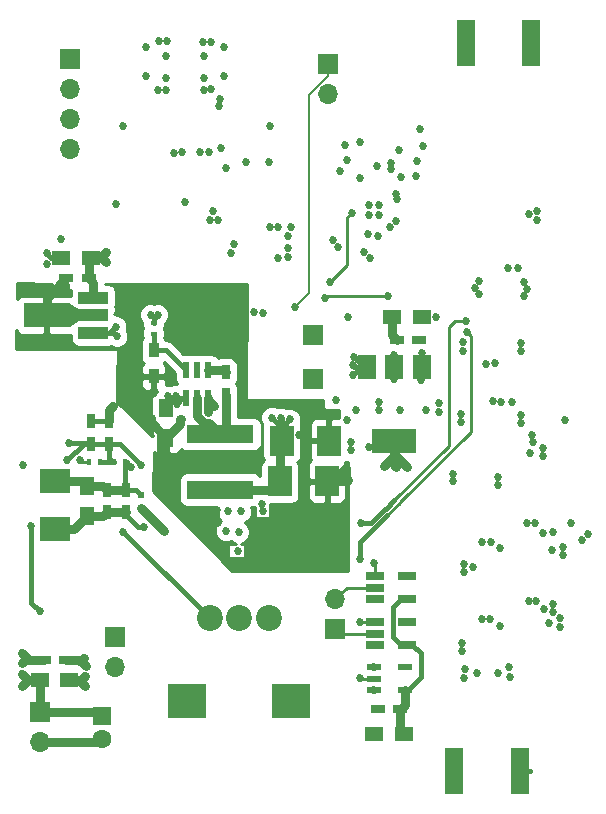
<source format=gbr>
G04 #@! TF.FileFunction,Copper,L4,Bot,Signal*
%FSLAX46Y46*%
G04 Gerber Fmt 4.6, Leading zero omitted, Abs format (unit mm)*
G04 Created by KiCad (PCBNEW 4.0.7) date Sat Apr 14 15:40:47 2018*
%MOMM*%
%LPD*%
G01*
G04 APERTURE LIST*
%ADD10C,0.100000*%
%ADD11R,2.500000X2.000000*%
%ADD12R,1.250000X1.500000*%
%ADD13R,0.750000X1.200000*%
%ADD14R,1.500000X1.250000*%
%ADD15R,1.200000X0.750000*%
%ADD16R,2.000000X2.500000*%
%ADD17R,1.600000X1.600000*%
%ADD18C,1.600000*%
%ADD19R,1.700000X1.700000*%
%ADD20O,1.700000X1.700000*%
%ADD21R,1.500000X3.950000*%
%ADD22R,0.500000X0.600000*%
%ADD23R,5.700000X1.600000*%
%ADD24R,0.400000X0.600000*%
%ADD25R,0.600000X0.400000*%
%ADD26R,0.900000X1.200000*%
%ADD27C,2.200000*%
%ADD28R,3.300000X3.000000*%
%ADD29R,1.560000X0.650000*%
%ADD30R,1.220000X0.600000*%
%ADD31R,2.500000X1.000000*%
%ADD32R,4.000000X2.000000*%
%ADD33R,0.500000X1.473000*%
%ADD34R,3.800000X2.000000*%
%ADD35R,1.500000X2.000000*%
%ADD36C,0.685800*%
%ADD37C,0.250000*%
%ADD38C,0.381000*%
%ADD39C,0.762000*%
%ADD40C,0.152400*%
%ADD41C,0.254000*%
G04 APERTURE END LIST*
D10*
D11*
X104950000Y-140300000D03*
X104950000Y-144300000D03*
D12*
X107650000Y-140700000D03*
X107650000Y-143200000D03*
D13*
X109350000Y-141000000D03*
X109350000Y-142900000D03*
X110950000Y-141000000D03*
X110950000Y-142900000D03*
X108050000Y-137100000D03*
X108050000Y-135200000D03*
X109550000Y-137100000D03*
X109550000Y-135200000D03*
D14*
X134500000Y-161700000D03*
X132000000Y-161700000D03*
D15*
X134200000Y-159600000D03*
X132300000Y-159600000D03*
D13*
X119400000Y-131050000D03*
X119400000Y-132950000D03*
D14*
X108000000Y-121400000D03*
X105500000Y-121400000D03*
D15*
X107800000Y-123100000D03*
X105900000Y-123100000D03*
D16*
X124000000Y-140300000D03*
X128000000Y-140300000D03*
X124150000Y-136850000D03*
X128150000Y-136850000D03*
D14*
X136000000Y-126400000D03*
X133500000Y-126400000D03*
D15*
X135800000Y-128350000D03*
X133900000Y-128350000D03*
D12*
X114400000Y-134100000D03*
X114400000Y-136600000D03*
D15*
X104000000Y-155400000D03*
X105900000Y-155400000D03*
D17*
X108950000Y-160150000D03*
D18*
X108950000Y-162150000D03*
D14*
X103650000Y-157100000D03*
X106150000Y-157100000D03*
D19*
X128050000Y-104960000D03*
D20*
X128050000Y-107500000D03*
D21*
X139730000Y-103150000D03*
X145270000Y-103150000D03*
D19*
X106250000Y-104580000D03*
D20*
X106250000Y-107120000D03*
X106250000Y-109660000D03*
X106250000Y-112200000D03*
D21*
X144320000Y-164850000D03*
X138780000Y-164850000D03*
D19*
X110050000Y-153460000D03*
D20*
X110050000Y-156000000D03*
D19*
X128650000Y-152840000D03*
D20*
X128650000Y-150300000D03*
D19*
X103700000Y-159860000D03*
D20*
X103700000Y-162400000D03*
D22*
X112250000Y-142550000D03*
X112250000Y-141450000D03*
D23*
X118950000Y-141000000D03*
X118950000Y-136300000D03*
D24*
X110850000Y-138700000D03*
X109950000Y-138700000D03*
X108750000Y-138700000D03*
X107850000Y-138700000D03*
D25*
X113300000Y-126900000D03*
X113300000Y-127800000D03*
D26*
X113300000Y-129200000D03*
X113300000Y-131400000D03*
D27*
X120550000Y-151900000D03*
X118050000Y-151900000D03*
X123050000Y-151900000D03*
D28*
X124950000Y-158900000D03*
X116150000Y-158900000D03*
D29*
X132050000Y-154150000D03*
X132050000Y-153200000D03*
X132050000Y-152250000D03*
X134750000Y-152250000D03*
X134750000Y-154150000D03*
X132050000Y-150250000D03*
X132050000Y-149300000D03*
X132050000Y-148350000D03*
X134750000Y-148350000D03*
X134750000Y-150250000D03*
D30*
X131940000Y-157000000D03*
X131940000Y-157950000D03*
X131940000Y-156050000D03*
X134560000Y-157950000D03*
X134560000Y-156050000D03*
D31*
X108210000Y-124750000D03*
X108210000Y-126250000D03*
X108210000Y-127750000D03*
D32*
X104250000Y-126250000D03*
D10*
G36*
X106975000Y-126750000D02*
X106225000Y-127250000D01*
X106225000Y-125250000D01*
X106975000Y-125750000D01*
X106975000Y-126750000D01*
X106975000Y-126750000D01*
G37*
D33*
X117000000Y-133262000D03*
X117000000Y-130900000D03*
X116050000Y-130900000D03*
X117950000Y-130900000D03*
X117950000Y-133262000D03*
X116050000Y-133262000D03*
D19*
X126800000Y-127950000D03*
X126800000Y-131600000D03*
D34*
X133700000Y-136900000D03*
D35*
X133700000Y-130600000D03*
X136000000Y-130600000D03*
X131400000Y-130600000D03*
D36*
X107117841Y-138482159D03*
X112464190Y-144194645D03*
X109893090Y-133900000D03*
X132337381Y-119552611D03*
X131500000Y-119350000D03*
X131622800Y-121424700D03*
X131102100Y-120878600D03*
X145300000Y-104600000D03*
X145300000Y-103700000D03*
X145300000Y-102700000D03*
X145300000Y-101700000D03*
X139700000Y-103700000D03*
X139700000Y-104600000D03*
X139700000Y-101700000D03*
X139730000Y-102700000D03*
X115600000Y-135000000D03*
X128780473Y-133456934D03*
X128744645Y-136044645D03*
X130450000Y-134250000D03*
X125645302Y-136400000D03*
X113100000Y-134900000D03*
X107550000Y-155950000D03*
X107450000Y-155250000D03*
X144300000Y-166400000D03*
X144300000Y-164400000D03*
X138800000Y-166400000D03*
X138800000Y-165400000D03*
X144300000Y-163400000D03*
X138800000Y-163400000D03*
X144320000Y-165400000D03*
X138780000Y-164300000D03*
X118650000Y-142700000D03*
X118650000Y-143750000D03*
X128600000Y-139700000D03*
X128700000Y-137600000D03*
X128700000Y-136800000D03*
X142650000Y-145950000D03*
X142600000Y-152550000D03*
X141750000Y-151950000D03*
X141100000Y-151950000D03*
X131950000Y-147200000D03*
X130750000Y-152250000D03*
X130750000Y-156950000D03*
X132300000Y-159600000D03*
X132000000Y-161700000D03*
X146250000Y-138150000D03*
X141850000Y-145400000D03*
X141150000Y-145400000D03*
X139550000Y-147950000D03*
X139600000Y-147300000D03*
X140350000Y-147550000D03*
X139322721Y-134600000D03*
X139322721Y-135300000D03*
X139522721Y-128500000D03*
X139522721Y-129250000D03*
X142450000Y-156550000D03*
X140650000Y-156550000D03*
X139450000Y-154700000D03*
X139450000Y-154000000D03*
X143450000Y-156900000D03*
X143400000Y-156050000D03*
X139600000Y-156950000D03*
X139700000Y-156200000D03*
X124715984Y-121265869D03*
X146315380Y-144676310D03*
X118750000Y-118150000D03*
X118896719Y-107927539D03*
X103100000Y-126250000D03*
X104250000Y-121900000D03*
X104250000Y-121000000D03*
X105500000Y-121400000D03*
X105900000Y-123100000D03*
X108210000Y-126250000D03*
X104250000Y-126250000D03*
X122500000Y-142250000D03*
X122600000Y-142850000D03*
X129719645Y-135069645D03*
X133900000Y-128350000D03*
X133700000Y-129600000D03*
X133700000Y-131600000D03*
X133700000Y-130600000D03*
X134800000Y-139100000D03*
X133850000Y-139100000D03*
X132850000Y-139000000D03*
X129800000Y-140200000D03*
X129600000Y-139200000D03*
X117950000Y-134450000D03*
X118450000Y-133900000D03*
X117950000Y-133262000D03*
X107500000Y-157600000D03*
X107500000Y-156750000D03*
X124950000Y-118750000D03*
X129050000Y-114000000D03*
X129550000Y-111850000D03*
X136150000Y-111950000D03*
X135550000Y-114450000D03*
X118050000Y-118150000D03*
X118350000Y-117450000D03*
X135621751Y-113178249D03*
X135883883Y-110466117D03*
X133809941Y-115959941D03*
X140500000Y-123900000D03*
X140850000Y-124450000D03*
X140854698Y-123350000D03*
X144650000Y-124650000D03*
X144950000Y-124000000D03*
X144645302Y-123400000D03*
X145800000Y-118150000D03*
X145800000Y-117450000D03*
X145100000Y-117700000D03*
X130000000Y-137650000D03*
X130000000Y-136950000D03*
X131550000Y-137400000D03*
X141450000Y-130350000D03*
X142200000Y-130300000D03*
X144400000Y-129300000D03*
X144450000Y-128550000D03*
X143650000Y-133600000D03*
X147000000Y-146100000D03*
X147750000Y-152600000D03*
X147750000Y-151900000D03*
X146750000Y-152300000D03*
X147150000Y-151350000D03*
X147150000Y-150650000D03*
X146350000Y-151100000D03*
X119400000Y-113750000D03*
X119000000Y-112050000D03*
X144200000Y-122250000D03*
X143350000Y-122250000D03*
X148000000Y-146500000D03*
X147950000Y-145850000D03*
X147100000Y-144600000D03*
X150050000Y-144750000D03*
X149550000Y-145250000D03*
X148664214Y-143864214D03*
X148150000Y-135150000D03*
X144400000Y-135350000D03*
X144400000Y-134650000D03*
X145400000Y-137000000D03*
X145350000Y-136350000D03*
X146250000Y-137500000D03*
X145150000Y-137900000D03*
X142450000Y-140600000D03*
X142500000Y-139950000D03*
X138650000Y-140300000D03*
X138650000Y-139650000D03*
X118850000Y-108550000D03*
X117457717Y-103144661D03*
X114455920Y-103021359D03*
X110750000Y-110200000D03*
X115750000Y-112450000D03*
X115050000Y-112500000D03*
X118150000Y-103100000D03*
X119300000Y-103500000D03*
X117600000Y-104250000D03*
X113800000Y-103000000D03*
X124700000Y-120550000D03*
X124700000Y-119550000D03*
X112650000Y-103500000D03*
X114350000Y-104250000D03*
X129700000Y-113100000D03*
X130766058Y-111552120D03*
X133322791Y-118802303D03*
X133850000Y-118300000D03*
X120450000Y-146200000D03*
X113350000Y-132800000D03*
X102240510Y-138900000D03*
X132350000Y-117750000D03*
X131550000Y-117750000D03*
X132400000Y-116900000D03*
X129800000Y-126350000D03*
X133900000Y-116400000D03*
X131550000Y-116900000D03*
X110100000Y-116850000D03*
X105500000Y-119800000D03*
X123200000Y-110250000D03*
X123050000Y-113300000D03*
X116000000Y-116650000D03*
X122550000Y-126020302D03*
X121850000Y-126000000D03*
X119850000Y-121000000D03*
X120150000Y-120200000D03*
X131940000Y-157950000D03*
X131940000Y-156050000D03*
X127850000Y-124750000D03*
X123150000Y-118750000D03*
X123850000Y-118750000D03*
X123850000Y-121400000D03*
X109300000Y-120850000D03*
X108000000Y-121400000D03*
X109250000Y-121750000D03*
X133150000Y-124600000D03*
X145650000Y-150400000D03*
X145050000Y-150400000D03*
X118000000Y-112450000D03*
X117250000Y-112400000D03*
X145600000Y-143800000D03*
X144950000Y-143800000D03*
X121100000Y-113300000D03*
X117567909Y-107202247D03*
X119300000Y-106000000D03*
X117600000Y-106150000D03*
X118200000Y-107104698D03*
X112650000Y-106000000D03*
X114350000Y-106150000D03*
X113700000Y-107200000D03*
X114350000Y-107200000D03*
X128917700Y-120434100D03*
X128498600Y-119862600D03*
X119450000Y-144500000D03*
X120500000Y-144600000D03*
X119600000Y-142850000D03*
X120700000Y-142850000D03*
X134200000Y-134250000D03*
X134278249Y-114521751D03*
X130789796Y-114656388D03*
X134116117Y-112233883D03*
X132200000Y-113600000D03*
X137200000Y-126400000D03*
X136000000Y-126400000D03*
X135800000Y-128350000D03*
X136000000Y-129400000D03*
X135950000Y-131700000D03*
X136000000Y-130600000D03*
X132350000Y-133550000D03*
X132350000Y-134250000D03*
X133450000Y-113850000D03*
X133450000Y-113350000D03*
X106006900Y-138493500D03*
X106146600Y-137058400D03*
X112250000Y-138900000D03*
X111436815Y-139103296D03*
X110200000Y-128000000D03*
X110100000Y-127200000D03*
X113650000Y-126200000D03*
X113050000Y-126200000D03*
X130150000Y-131300000D03*
X130150000Y-130450000D03*
X130250000Y-129750000D03*
X123300000Y-134900000D03*
X124100000Y-134950000D03*
X124850000Y-135050000D03*
X114200000Y-144500000D03*
X102200000Y-154800000D03*
X102200000Y-155700000D03*
X114550000Y-133800000D03*
X114500000Y-133100000D03*
X115250000Y-133750000D03*
X115200000Y-133050000D03*
X102150000Y-157650000D03*
X102200000Y-156600000D03*
X125250000Y-125550000D03*
X130067198Y-117602000D03*
X128244600Y-123456700D03*
X134750000Y-152250000D03*
X134750000Y-148350000D03*
X142700000Y-133550000D03*
X137500000Y-134400000D03*
X137450000Y-133650000D03*
X142050000Y-133500000D03*
X136400000Y-134250000D03*
X130800000Y-146900000D03*
X139809330Y-127640670D03*
X130900000Y-143800000D03*
X139800000Y-126750000D03*
X110750000Y-144600000D03*
X103650000Y-151300000D03*
X102950000Y-144100000D03*
D37*
X107850000Y-138700000D02*
X107335682Y-138700000D01*
X107335682Y-138700000D02*
X107117841Y-138482159D01*
D38*
X112019645Y-144194645D02*
X112464190Y-144194645D01*
X110950000Y-143125000D02*
X112019645Y-144194645D01*
X110950000Y-142900000D02*
X110950000Y-143125000D01*
D39*
X109550000Y-134243090D02*
X109550191Y-134242899D01*
X109550000Y-135200000D02*
X109550000Y-134243090D01*
X109550191Y-134242899D02*
X109893090Y-133900000D01*
X104250000Y-126250000D02*
X104250000Y-124750000D01*
X104250000Y-124750000D02*
X105900000Y-123100000D01*
X114400000Y-136600000D02*
X115558401Y-135441599D01*
X115558401Y-135441599D02*
X115558401Y-135041599D01*
X115558401Y-135041599D02*
X115600000Y-135000000D01*
X114400000Y-136600000D02*
X113100000Y-135300000D01*
X113100000Y-135300000D02*
X113100000Y-134900000D01*
X105900000Y-155400000D02*
X107000000Y-155400000D01*
X107000000Y-155400000D02*
X107550000Y-155950000D01*
X105900000Y-155400000D02*
X107300000Y-155400000D01*
X107300000Y-155400000D02*
X107450000Y-155250000D01*
D38*
X144320000Y-164850000D02*
X145150000Y-164850000D01*
X118650000Y-143750000D02*
X118650000Y-142700000D01*
D39*
X113950000Y-141150000D02*
X116550000Y-143750000D01*
X116550000Y-143750000D02*
X118650000Y-143750000D01*
X113950000Y-136235798D02*
X113950000Y-141150000D01*
D37*
X132050000Y-148350000D02*
X132050000Y-147300000D01*
X132050000Y-147300000D02*
X131950000Y-147200000D01*
X132050000Y-152250000D02*
X130750000Y-152250000D01*
X131940000Y-157000000D02*
X130800000Y-157000000D01*
X130800000Y-157000000D02*
X130750000Y-156950000D01*
D39*
X104250000Y-126250000D02*
X104250000Y-125750000D01*
D38*
X105500000Y-121400000D02*
X104650000Y-121400000D01*
X104650000Y-121400000D02*
X104250000Y-121000000D01*
X106600000Y-126250000D02*
X104250000Y-126250000D01*
X108210000Y-126250000D02*
X106600000Y-126250000D01*
D39*
X133500000Y-126400000D02*
X133500000Y-127950000D01*
X133500000Y-127950000D02*
X133900000Y-128350000D01*
X133700000Y-136900000D02*
X133700000Y-138000000D01*
X133700000Y-138000000D02*
X134800000Y-139100000D01*
X133700000Y-136900000D02*
X133700000Y-138950000D01*
X133700000Y-138950000D02*
X133850000Y-139100000D01*
X133700000Y-136900000D02*
X133700000Y-138150000D01*
X133700000Y-138150000D02*
X132850000Y-139000000D01*
X129600000Y-139200000D02*
X129600000Y-140000000D01*
X129600000Y-140000000D02*
X129800000Y-140200000D01*
X128000000Y-140300000D02*
X129700000Y-140300000D01*
X129700000Y-140300000D02*
X129800000Y-140200000D01*
X128000000Y-140300000D02*
X128500000Y-140300000D01*
X128500000Y-140300000D02*
X129600000Y-139200000D01*
D38*
X113300000Y-131400000D02*
X113300000Y-132750000D01*
X113300000Y-132750000D02*
X113350000Y-132800000D01*
D39*
X117950000Y-133262000D02*
X117950000Y-134450000D01*
X117950000Y-133262000D02*
X117950000Y-133400000D01*
X117950000Y-133400000D02*
X118450000Y-133900000D01*
X106150000Y-157100000D02*
X107000000Y-157100000D01*
X107000000Y-157100000D02*
X107500000Y-157600000D01*
X106150000Y-157100000D02*
X107150000Y-157100000D01*
X107150000Y-157100000D02*
X107500000Y-156750000D01*
X103700000Y-162400000D02*
X108700000Y-162400000D01*
X108700000Y-162400000D02*
X108950000Y-162150000D01*
D38*
X108050000Y-135200000D02*
X109550000Y-135200000D01*
D39*
X109350000Y-142900000D02*
X110950000Y-142900000D01*
X107650000Y-143200000D02*
X109050000Y-143200000D01*
X109050000Y-143200000D02*
X109350000Y-142900000D01*
X104950000Y-144300000D02*
X106550000Y-144300000D01*
X106550000Y-144300000D02*
X107650000Y-143200000D01*
D37*
X128000000Y-124600000D02*
X127850000Y-124750000D01*
X133150000Y-124600000D02*
X128000000Y-124600000D01*
D39*
X108000000Y-121400000D02*
X108750000Y-121400000D01*
X108750000Y-121400000D02*
X109300000Y-120850000D01*
X108000000Y-121400000D02*
X108900000Y-121400000D01*
X108900000Y-121400000D02*
X109250000Y-121750000D01*
X107800000Y-123100000D02*
X107800000Y-121600000D01*
X107800000Y-121600000D02*
X108000000Y-121400000D01*
X108210000Y-124750000D02*
X108210000Y-123510000D01*
X108210000Y-123510000D02*
X107800000Y-123100000D01*
D38*
X106006900Y-138493500D02*
X107400400Y-137100000D01*
X107400400Y-137100000D02*
X108050000Y-137100000D01*
X106146600Y-137058400D02*
X108008400Y-137058400D01*
X108008400Y-137058400D02*
X108050000Y-137100000D01*
X107950000Y-137200000D02*
X108050000Y-137100000D01*
X109550000Y-137100000D02*
X109550000Y-138300000D01*
X109550000Y-138300000D02*
X109950000Y-138700000D01*
X109950000Y-138700000D02*
X108750000Y-138700000D01*
X109550000Y-137100000D02*
X108050000Y-137100000D01*
X112250000Y-138900000D02*
X110450000Y-137100000D01*
X110450000Y-137100000D02*
X109550000Y-137100000D01*
D40*
X111050000Y-138716481D02*
X111093916Y-138760397D01*
X111050000Y-138700000D02*
X111050000Y-138716481D01*
X111093916Y-138760397D02*
X111436815Y-139103296D01*
D38*
X110850000Y-138700000D02*
X111050000Y-138700000D01*
X110950000Y-141000000D02*
X111800000Y-141000000D01*
X111800000Y-141000000D02*
X112250000Y-141450000D01*
X110850000Y-138700000D02*
X110850000Y-140900000D01*
X110850000Y-140900000D02*
X110950000Y-141000000D01*
D39*
X109350000Y-141000000D02*
X110950000Y-141000000D01*
X107650000Y-140700000D02*
X109050000Y-140700000D01*
X109050000Y-140700000D02*
X109350000Y-141000000D01*
X104950000Y-140300000D02*
X107250000Y-140300000D01*
X107250000Y-140300000D02*
X107650000Y-140700000D01*
D38*
X134750000Y-154150000D02*
X134295000Y-154150000D01*
X134295000Y-154150000D02*
X133589000Y-153444000D01*
X133589000Y-153444000D02*
X133589000Y-150956000D01*
X133589000Y-150956000D02*
X134295000Y-150250000D01*
X134295000Y-150250000D02*
X134750000Y-150250000D01*
X134560000Y-157950000D02*
X134870000Y-157950000D01*
X134870000Y-157950000D02*
X135911000Y-156909000D01*
X135911000Y-156909000D02*
X135911000Y-154856000D01*
X135911000Y-154856000D02*
X135205000Y-154150000D01*
X135205000Y-154150000D02*
X134750000Y-154150000D01*
D39*
X134200000Y-159600000D02*
X134200000Y-161400000D01*
X134200000Y-161400000D02*
X134500000Y-161700000D01*
X134560000Y-157950000D02*
X134560000Y-159240000D01*
X134560000Y-159240000D02*
X134200000Y-159600000D01*
X117950000Y-130900000D02*
X119250000Y-130900000D01*
X119250000Y-130900000D02*
X119400000Y-131050000D01*
X117000000Y-133262000D02*
X117000000Y-134793171D01*
X118014410Y-135364410D02*
X118950000Y-136300000D01*
X117000000Y-134793171D02*
X117571239Y-135364410D01*
X117571239Y-135364410D02*
X118014410Y-135364410D01*
X119400000Y-132950000D02*
X119400000Y-135850000D01*
X119400000Y-135850000D02*
X118950000Y-136300000D01*
X124000000Y-140300000D02*
X124000000Y-137000000D01*
X124000000Y-137000000D02*
X124150000Y-136850000D01*
D38*
X108210000Y-127750000D02*
X109950000Y-127750000D01*
X109950000Y-127750000D02*
X110200000Y-128000000D01*
X108210000Y-127750000D02*
X109550000Y-127750000D01*
X109550000Y-127750000D02*
X110100000Y-127200000D01*
X113300000Y-126900000D02*
X113300000Y-126550000D01*
X113300000Y-126550000D02*
X113650000Y-126200000D01*
X113300000Y-126900000D02*
X113300000Y-126450000D01*
X113300000Y-126450000D02*
X113050000Y-126200000D01*
X131400000Y-130600000D02*
X130850000Y-130600000D01*
X130850000Y-130600000D02*
X130150000Y-131300000D01*
X131400000Y-130600000D02*
X130300000Y-130600000D01*
X130300000Y-130600000D02*
X130150000Y-130450000D01*
X131400000Y-130600000D02*
X131100000Y-130600000D01*
X131100000Y-130600000D02*
X130250000Y-129750000D01*
X124150000Y-135750000D02*
X123300000Y-134900000D01*
X124150000Y-136850000D02*
X124150000Y-135000000D01*
X124150000Y-135000000D02*
X124100000Y-134950000D01*
X124150000Y-136850000D02*
X124150000Y-135750000D01*
X124150000Y-135750000D02*
X124850000Y-135050000D01*
X124150000Y-136850000D02*
X124150000Y-135900000D01*
D39*
X118950000Y-141000000D02*
X123300000Y-141000000D01*
X123300000Y-141000000D02*
X124000000Y-140300000D01*
X118950000Y-141000000D02*
X120000000Y-141000000D01*
X104000000Y-155400000D02*
X102800000Y-155400000D01*
X102800000Y-155400000D02*
X102200000Y-154800000D01*
X104000000Y-155400000D02*
X102500000Y-155400000D01*
X102500000Y-155400000D02*
X102200000Y-155700000D01*
X112250000Y-142550000D02*
X114200000Y-144500000D01*
D38*
X116050000Y-133262000D02*
X115088000Y-133262000D01*
X115088000Y-133262000D02*
X114550000Y-133800000D01*
X116050000Y-133262000D02*
X114662000Y-133262000D01*
X114662000Y-133262000D02*
X114500000Y-133100000D01*
X116050000Y-133262000D02*
X115738000Y-133262000D01*
X115738000Y-133262000D02*
X115250000Y-133750000D01*
X116050000Y-133262000D02*
X115412000Y-133262000D01*
X115412000Y-133262000D02*
X115200000Y-133050000D01*
D39*
X103700000Y-159860000D02*
X108660000Y-159860000D01*
X108660000Y-159860000D02*
X108950000Y-160150000D01*
X102700000Y-157100000D02*
X102150000Y-157650000D01*
X103650000Y-157100000D02*
X102700000Y-157100000D01*
X102700000Y-157100000D02*
X102200000Y-156600000D01*
X103700000Y-159860000D02*
X103700000Y-157150000D01*
X103700000Y-157150000D02*
X103650000Y-157100000D01*
D40*
X126450000Y-107562400D02*
X126450000Y-124350000D01*
X126450000Y-124350000D02*
X125250000Y-125550000D01*
X128050000Y-104960000D02*
X128050000Y-105962400D01*
X128050000Y-105962400D02*
X126450000Y-107562400D01*
D37*
X130067198Y-117602000D02*
X129724299Y-117944899D01*
X129724299Y-117944899D02*
X129724299Y-121977001D01*
X129724299Y-121977001D02*
X128587499Y-123113801D01*
X128587499Y-123113801D02*
X128244600Y-123456700D01*
X132050000Y-153200000D02*
X129010000Y-153200000D01*
X129010000Y-153200000D02*
X128650000Y-152840000D01*
X132050000Y-149300000D02*
X129650000Y-149300000D01*
X129650000Y-149300000D02*
X128650000Y-150300000D01*
D38*
X113300000Y-129200000D02*
X114350000Y-129200000D01*
X114350000Y-129200000D02*
X116050000Y-130900000D01*
X113300000Y-127800000D02*
X113300000Y-129200000D01*
D37*
X133111726Y-143150000D02*
X133100000Y-143150000D01*
X134167911Y-142093815D02*
X133111726Y-143150000D01*
X134167911Y-142082089D02*
X134167911Y-142093815D01*
X140152229Y-127983569D02*
X140152229Y-136097771D01*
X139809330Y-127640670D02*
X140152229Y-127983569D01*
X140152229Y-136097771D02*
X134167911Y-142082089D01*
D38*
X133100000Y-143150000D02*
X130800000Y-145450000D01*
X130800000Y-145450000D02*
X130800000Y-146900000D01*
X133700000Y-141900000D02*
X132983408Y-142616592D01*
X132983408Y-142616592D02*
X132879054Y-142616592D01*
X131695646Y-143800000D02*
X130900000Y-143800000D01*
X132879054Y-142616592D02*
X131695646Y-143800000D01*
D37*
X138300000Y-137300000D02*
X133700000Y-141900000D01*
X138300000Y-127250000D02*
X138300000Y-137300000D01*
X138800000Y-126750000D02*
X138300000Y-127250000D01*
X139800000Y-126750000D02*
X138800000Y-126750000D01*
D38*
X110750000Y-144600000D02*
X118050000Y-151900000D01*
X102950000Y-144100000D02*
X102950000Y-150600000D01*
X102950000Y-150600000D02*
X103650000Y-151300000D01*
D41*
G36*
X104665000Y-123551489D02*
X104665000Y-123601310D01*
X104761673Y-123834699D01*
X104940302Y-124013327D01*
X105173691Y-124110000D01*
X105614250Y-124110000D01*
X105773000Y-123951250D01*
X105773000Y-123553627D01*
X106027000Y-123554117D01*
X106027000Y-123951250D01*
X106185750Y-124110000D01*
X106340911Y-124110000D01*
X106312560Y-124250000D01*
X106312560Y-124615000D01*
X106281239Y-124615000D01*
X106242887Y-124602807D01*
X106172770Y-124615000D01*
X104535750Y-124615000D01*
X104377000Y-124773750D01*
X104377000Y-126123000D01*
X108083000Y-126123000D01*
X108083000Y-126103000D01*
X108337000Y-126103000D01*
X108337000Y-126123000D01*
X108357000Y-126123000D01*
X108357000Y-126377000D01*
X108337000Y-126377000D01*
X108337000Y-126397000D01*
X108083000Y-126397000D01*
X108083000Y-126377000D01*
X104377000Y-126377000D01*
X104377000Y-127726250D01*
X104535750Y-127885000D01*
X106260008Y-127885000D01*
X106312560Y-127885600D01*
X106312560Y-128250000D01*
X106356838Y-128485317D01*
X106495910Y-128701441D01*
X106708110Y-128846431D01*
X106960000Y-128897440D01*
X109460000Y-128897440D01*
X109695317Y-128853162D01*
X109698972Y-128850810D01*
X110004630Y-128977730D01*
X110393663Y-128978069D01*
X110753212Y-128829507D01*
X111028540Y-128554659D01*
X111177730Y-128195370D01*
X111178069Y-127806337D01*
X111042910Y-127479226D01*
X111077730Y-127395370D01*
X111078069Y-127006337D01*
X110929507Y-126646788D01*
X110654659Y-126371460D01*
X110295370Y-126222270D01*
X110095000Y-126222095D01*
X110095000Y-126122998D01*
X109936252Y-126122998D01*
X110095000Y-125964250D01*
X110095000Y-125623691D01*
X110049033Y-125512717D01*
X110056431Y-125501890D01*
X110107440Y-125250000D01*
X110107440Y-124250000D01*
X110063162Y-124014683D01*
X109924090Y-123798559D01*
X109711890Y-123653569D01*
X109460000Y-123602560D01*
X109226000Y-123602560D01*
X109226000Y-123560289D01*
X121233409Y-123583454D01*
X121173002Y-133299210D01*
X121182701Y-133348682D01*
X121210882Y-133390482D01*
X121253106Y-133418025D01*
X121300000Y-133427000D01*
X127673000Y-133427000D01*
X127673000Y-134100000D01*
X127683006Y-134149410D01*
X127711447Y-134191035D01*
X127753841Y-134218315D01*
X127800000Y-134227000D01*
X128973000Y-134227000D01*
X128973000Y-134965000D01*
X128435750Y-134965000D01*
X128277000Y-135123750D01*
X128277000Y-136723000D01*
X128297000Y-136723000D01*
X128297000Y-136977000D01*
X128277000Y-136977000D01*
X128277000Y-136997000D01*
X128023000Y-136997000D01*
X128023000Y-136977000D01*
X126673750Y-136977000D01*
X126515000Y-137135750D01*
X126515000Y-138226310D01*
X126611673Y-138459699D01*
X126656810Y-138504835D01*
X126640302Y-138511673D01*
X126461673Y-138690301D01*
X126365000Y-138923690D01*
X126365000Y-140014250D01*
X126523750Y-140173000D01*
X127873000Y-140173000D01*
X127873000Y-140153000D01*
X128127000Y-140153000D01*
X128127000Y-140173000D01*
X129476250Y-140173000D01*
X129635000Y-140014250D01*
X129635000Y-138923690D01*
X129538327Y-138690301D01*
X129493190Y-138645165D01*
X129509698Y-138638327D01*
X129521025Y-138627000D01*
X129773000Y-138627000D01*
X129773000Y-147873000D01*
X119952606Y-147873000D01*
X113228175Y-141148569D01*
X113303118Y-137776143D01*
X113415301Y-137888327D01*
X113648690Y-137985000D01*
X114114250Y-137985000D01*
X114273000Y-137826250D01*
X114273000Y-136727000D01*
X114253000Y-136727000D01*
X114253000Y-136473000D01*
X114273000Y-136473000D01*
X114273000Y-136453000D01*
X114527000Y-136453000D01*
X114527000Y-136473000D01*
X114547000Y-136473000D01*
X114547000Y-136727000D01*
X114527000Y-136727000D01*
X114527000Y-137826250D01*
X114685750Y-137985000D01*
X115151310Y-137985000D01*
X115384699Y-137888327D01*
X115563327Y-137709698D01*
X115631633Y-137544794D01*
X115635910Y-137551441D01*
X115848110Y-137696431D01*
X116100000Y-137747440D01*
X121800000Y-137747440D01*
X122035317Y-137703162D01*
X122251441Y-137564090D01*
X122396431Y-137351890D01*
X122447440Y-137100000D01*
X122447440Y-135500000D01*
X122411998Y-135311643D01*
X122470493Y-135453212D01*
X122521864Y-135504673D01*
X122502560Y-135600000D01*
X122502560Y-138100000D01*
X122546838Y-138335317D01*
X122661376Y-138513314D01*
X122548559Y-138585910D01*
X122403569Y-138798110D01*
X122352560Y-139050000D01*
X122352560Y-139886045D01*
X122264090Y-139748559D01*
X122051890Y-139603569D01*
X121800000Y-139552560D01*
X116100000Y-139552560D01*
X115864683Y-139596838D01*
X115648559Y-139735910D01*
X115503569Y-139948110D01*
X115452560Y-140200000D01*
X115452560Y-141800000D01*
X115496838Y-142035317D01*
X115635910Y-142251441D01*
X115848110Y-142396431D01*
X116100000Y-142447440D01*
X118708303Y-142447440D01*
X118622270Y-142654630D01*
X118621931Y-143043663D01*
X118770493Y-143403212D01*
X118996273Y-143629387D01*
X118896788Y-143670493D01*
X118621460Y-143945341D01*
X118472270Y-144304630D01*
X118471931Y-144693663D01*
X118620493Y-145053212D01*
X118895341Y-145328540D01*
X119254630Y-145477730D01*
X119643663Y-145478069D01*
X119892249Y-145375356D01*
X119945341Y-145428540D01*
X120293239Y-145573000D01*
X119700000Y-145573000D01*
X119653841Y-145581685D01*
X119611447Y-145608965D01*
X119583006Y-145650590D01*
X119573000Y-145700000D01*
X119573000Y-146700000D01*
X119581685Y-146746159D01*
X119608965Y-146788553D01*
X119650590Y-146816994D01*
X119700000Y-146827000D01*
X120900000Y-146827000D01*
X120946159Y-146818315D01*
X120988553Y-146791035D01*
X121016994Y-146749410D01*
X121027000Y-146700000D01*
X121027000Y-145700000D01*
X121018315Y-145653841D01*
X120991035Y-145611447D01*
X120949410Y-145583006D01*
X120900000Y-145573000D01*
X120705931Y-145573000D01*
X121053212Y-145429507D01*
X121328540Y-145154659D01*
X121477730Y-144795370D01*
X121478069Y-144406337D01*
X121329507Y-144046788D01*
X121054659Y-143771460D01*
X121042693Y-143766491D01*
X121253212Y-143679507D01*
X121528540Y-143404659D01*
X121677730Y-143045370D01*
X121678069Y-142656337D01*
X121591755Y-142447440D01*
X121800000Y-142447440D01*
X121873000Y-142433704D01*
X121873000Y-143300000D01*
X121881685Y-143346159D01*
X121908965Y-143388553D01*
X121950590Y-143416994D01*
X122000000Y-143427000D01*
X123000000Y-143427000D01*
X123046159Y-143418315D01*
X123088553Y-143391035D01*
X123116994Y-143349410D01*
X123127000Y-143300000D01*
X123127000Y-142197440D01*
X125000000Y-142197440D01*
X125235317Y-142153162D01*
X125451441Y-142014090D01*
X125596431Y-141801890D01*
X125647440Y-141550000D01*
X125647440Y-140585750D01*
X126365000Y-140585750D01*
X126365000Y-141676310D01*
X126461673Y-141909699D01*
X126640302Y-142088327D01*
X126873691Y-142185000D01*
X127714250Y-142185000D01*
X127873000Y-142026250D01*
X127873000Y-140427000D01*
X128127000Y-140427000D01*
X128127000Y-142026250D01*
X128285750Y-142185000D01*
X129126309Y-142185000D01*
X129359698Y-142088327D01*
X129538327Y-141909699D01*
X129635000Y-141676310D01*
X129635000Y-140585750D01*
X129476250Y-140427000D01*
X128127000Y-140427000D01*
X127873000Y-140427000D01*
X126523750Y-140427000D01*
X126365000Y-140585750D01*
X125647440Y-140585750D01*
X125647440Y-139050000D01*
X125603162Y-138814683D01*
X125488624Y-138636686D01*
X125601441Y-138564090D01*
X125746431Y-138351890D01*
X125797440Y-138100000D01*
X125797440Y-135600000D01*
X125773674Y-135473690D01*
X126515000Y-135473690D01*
X126515000Y-136564250D01*
X126673750Y-136723000D01*
X128023000Y-136723000D01*
X128023000Y-135123750D01*
X127864250Y-134965000D01*
X127023691Y-134965000D01*
X126790302Y-135061673D01*
X126611673Y-135240301D01*
X126515000Y-135473690D01*
X125773674Y-135473690D01*
X125760966Y-135406156D01*
X125827730Y-135245370D01*
X125828069Y-134856337D01*
X125679507Y-134496788D01*
X125404659Y-134221460D01*
X125045370Y-134072270D01*
X124656337Y-134071931D01*
X124595709Y-134096982D01*
X124295370Y-133972270D01*
X123906337Y-133971931D01*
X123760292Y-134032275D01*
X123495370Y-133922270D01*
X123106337Y-133921931D01*
X122746788Y-134070493D01*
X122471460Y-134345341D01*
X122322270Y-134704630D01*
X122321931Y-135093663D01*
X122373635Y-135218797D01*
X122264090Y-135048559D01*
X122051890Y-134903569D01*
X121800000Y-134852560D01*
X120416000Y-134852560D01*
X120416000Y-133581802D01*
X120422440Y-133550000D01*
X120422440Y-132350000D01*
X120378162Y-132114683D01*
X120304380Y-132000022D01*
X120371431Y-131901890D01*
X120422440Y-131650000D01*
X120422440Y-130450000D01*
X120378162Y-130214683D01*
X120239090Y-129998559D01*
X120026890Y-129853569D01*
X119775000Y-129802560D01*
X119025000Y-129802560D01*
X118789683Y-129846838D01*
X118762198Y-129864524D01*
X118664090Y-129712059D01*
X118451890Y-129567069D01*
X118200000Y-129516060D01*
X117700000Y-129516060D01*
X117466740Y-129559951D01*
X117250000Y-129516060D01*
X116750000Y-129516060D01*
X116516740Y-129559951D01*
X116300000Y-129516060D01*
X115833494Y-129516060D01*
X114933717Y-128616283D01*
X114665906Y-128437337D01*
X114355204Y-128375535D01*
X114353162Y-128364683D01*
X114216574Y-128152420D01*
X114247440Y-128000000D01*
X114247440Y-127600000D01*
X114203162Y-127364683D01*
X114195658Y-127353021D01*
X114196431Y-127351890D01*
X114247440Y-127100000D01*
X114247440Y-126985356D01*
X114478540Y-126754659D01*
X114627730Y-126395370D01*
X114628069Y-126006337D01*
X114479507Y-125646788D01*
X114204659Y-125371460D01*
X113845370Y-125222270D01*
X113456337Y-125221931D01*
X113350184Y-125265792D01*
X113245370Y-125222270D01*
X112856337Y-125221931D01*
X112496788Y-125370493D01*
X112221460Y-125645341D01*
X112072270Y-126004630D01*
X112071931Y-126393663D01*
X112220493Y-126753212D01*
X112352560Y-126885510D01*
X112352560Y-127100000D01*
X112396838Y-127335317D01*
X112404342Y-127346979D01*
X112403569Y-127348110D01*
X112352560Y-127600000D01*
X112352560Y-128000000D01*
X112382544Y-128159349D01*
X112253569Y-128348110D01*
X112202560Y-128600000D01*
X112202560Y-129800000D01*
X112246838Y-130035317D01*
X112385910Y-130251441D01*
X112454006Y-130297969D01*
X112311673Y-130440302D01*
X112215000Y-130673691D01*
X112215000Y-131114250D01*
X112373750Y-131273000D01*
X113173000Y-131273000D01*
X113173000Y-131253000D01*
X113427000Y-131253000D01*
X113427000Y-131273000D01*
X114226250Y-131273000D01*
X114385000Y-131114250D01*
X114385000Y-130673691D01*
X114288327Y-130440302D01*
X114147090Y-130299064D01*
X114201441Y-130264090D01*
X114219795Y-130237229D01*
X115152560Y-131169994D01*
X115152560Y-131636500D01*
X115196838Y-131871817D01*
X115325787Y-132072209D01*
X115006337Y-132071931D01*
X114789705Y-132161441D01*
X114695370Y-132122270D01*
X114385000Y-132122000D01*
X114385000Y-131685750D01*
X114226250Y-131527000D01*
X113427000Y-131527000D01*
X113427000Y-132476250D01*
X113585750Y-132635000D01*
X113634230Y-132635000D01*
X113591868Y-132737019D01*
X113539683Y-132746838D01*
X113323559Y-132885910D01*
X113178569Y-133098110D01*
X113127560Y-133350000D01*
X113127560Y-134850000D01*
X113171838Y-135085317D01*
X113310910Y-135301441D01*
X113379006Y-135347969D01*
X113236673Y-135490302D01*
X113140000Y-135723691D01*
X113140000Y-136314250D01*
X113298748Y-136472998D01*
X113152604Y-136472998D01*
X110227599Y-133547993D01*
X110248761Y-131685750D01*
X112215000Y-131685750D01*
X112215000Y-132126309D01*
X112311673Y-132359698D01*
X112490301Y-132538327D01*
X112723690Y-132635000D01*
X113014250Y-132635000D01*
X113173000Y-132476250D01*
X113173000Y-131527000D01*
X112373750Y-131527000D01*
X112215000Y-131685750D01*
X110248761Y-131685750D01*
X110276992Y-129201443D01*
X110267548Y-129151922D01*
X110239582Y-129109978D01*
X110197501Y-129082218D01*
X110149482Y-129073001D01*
X101652764Y-129107673D01*
X101676940Y-127525846D01*
X101711673Y-127609698D01*
X101890301Y-127788327D01*
X102123690Y-127885000D01*
X103964250Y-127885000D01*
X104123000Y-127726250D01*
X104123000Y-126377000D01*
X104103000Y-126377000D01*
X104103000Y-126123000D01*
X104123000Y-126123000D01*
X104123000Y-124773750D01*
X103964250Y-124615000D01*
X102123690Y-124615000D01*
X101890301Y-124711673D01*
X101717308Y-124884667D01*
X101737770Y-123545842D01*
X104665000Y-123551489D01*
X104665000Y-123551489D01*
G37*
X104665000Y-123551489D02*
X104665000Y-123601310D01*
X104761673Y-123834699D01*
X104940302Y-124013327D01*
X105173691Y-124110000D01*
X105614250Y-124110000D01*
X105773000Y-123951250D01*
X105773000Y-123553627D01*
X106027000Y-123554117D01*
X106027000Y-123951250D01*
X106185750Y-124110000D01*
X106340911Y-124110000D01*
X106312560Y-124250000D01*
X106312560Y-124615000D01*
X106281239Y-124615000D01*
X106242887Y-124602807D01*
X106172770Y-124615000D01*
X104535750Y-124615000D01*
X104377000Y-124773750D01*
X104377000Y-126123000D01*
X108083000Y-126123000D01*
X108083000Y-126103000D01*
X108337000Y-126103000D01*
X108337000Y-126123000D01*
X108357000Y-126123000D01*
X108357000Y-126377000D01*
X108337000Y-126377000D01*
X108337000Y-126397000D01*
X108083000Y-126397000D01*
X108083000Y-126377000D01*
X104377000Y-126377000D01*
X104377000Y-127726250D01*
X104535750Y-127885000D01*
X106260008Y-127885000D01*
X106312560Y-127885600D01*
X106312560Y-128250000D01*
X106356838Y-128485317D01*
X106495910Y-128701441D01*
X106708110Y-128846431D01*
X106960000Y-128897440D01*
X109460000Y-128897440D01*
X109695317Y-128853162D01*
X109698972Y-128850810D01*
X110004630Y-128977730D01*
X110393663Y-128978069D01*
X110753212Y-128829507D01*
X111028540Y-128554659D01*
X111177730Y-128195370D01*
X111178069Y-127806337D01*
X111042910Y-127479226D01*
X111077730Y-127395370D01*
X111078069Y-127006337D01*
X110929507Y-126646788D01*
X110654659Y-126371460D01*
X110295370Y-126222270D01*
X110095000Y-126222095D01*
X110095000Y-126122998D01*
X109936252Y-126122998D01*
X110095000Y-125964250D01*
X110095000Y-125623691D01*
X110049033Y-125512717D01*
X110056431Y-125501890D01*
X110107440Y-125250000D01*
X110107440Y-124250000D01*
X110063162Y-124014683D01*
X109924090Y-123798559D01*
X109711890Y-123653569D01*
X109460000Y-123602560D01*
X109226000Y-123602560D01*
X109226000Y-123560289D01*
X121233409Y-123583454D01*
X121173002Y-133299210D01*
X121182701Y-133348682D01*
X121210882Y-133390482D01*
X121253106Y-133418025D01*
X121300000Y-133427000D01*
X127673000Y-133427000D01*
X127673000Y-134100000D01*
X127683006Y-134149410D01*
X127711447Y-134191035D01*
X127753841Y-134218315D01*
X127800000Y-134227000D01*
X128973000Y-134227000D01*
X128973000Y-134965000D01*
X128435750Y-134965000D01*
X128277000Y-135123750D01*
X128277000Y-136723000D01*
X128297000Y-136723000D01*
X128297000Y-136977000D01*
X128277000Y-136977000D01*
X128277000Y-136997000D01*
X128023000Y-136997000D01*
X128023000Y-136977000D01*
X126673750Y-136977000D01*
X126515000Y-137135750D01*
X126515000Y-138226310D01*
X126611673Y-138459699D01*
X126656810Y-138504835D01*
X126640302Y-138511673D01*
X126461673Y-138690301D01*
X126365000Y-138923690D01*
X126365000Y-140014250D01*
X126523750Y-140173000D01*
X127873000Y-140173000D01*
X127873000Y-140153000D01*
X128127000Y-140153000D01*
X128127000Y-140173000D01*
X129476250Y-140173000D01*
X129635000Y-140014250D01*
X129635000Y-138923690D01*
X129538327Y-138690301D01*
X129493190Y-138645165D01*
X129509698Y-138638327D01*
X129521025Y-138627000D01*
X129773000Y-138627000D01*
X129773000Y-147873000D01*
X119952606Y-147873000D01*
X113228175Y-141148569D01*
X113303118Y-137776143D01*
X113415301Y-137888327D01*
X113648690Y-137985000D01*
X114114250Y-137985000D01*
X114273000Y-137826250D01*
X114273000Y-136727000D01*
X114253000Y-136727000D01*
X114253000Y-136473000D01*
X114273000Y-136473000D01*
X114273000Y-136453000D01*
X114527000Y-136453000D01*
X114527000Y-136473000D01*
X114547000Y-136473000D01*
X114547000Y-136727000D01*
X114527000Y-136727000D01*
X114527000Y-137826250D01*
X114685750Y-137985000D01*
X115151310Y-137985000D01*
X115384699Y-137888327D01*
X115563327Y-137709698D01*
X115631633Y-137544794D01*
X115635910Y-137551441D01*
X115848110Y-137696431D01*
X116100000Y-137747440D01*
X121800000Y-137747440D01*
X122035317Y-137703162D01*
X122251441Y-137564090D01*
X122396431Y-137351890D01*
X122447440Y-137100000D01*
X122447440Y-135500000D01*
X122411998Y-135311643D01*
X122470493Y-135453212D01*
X122521864Y-135504673D01*
X122502560Y-135600000D01*
X122502560Y-138100000D01*
X122546838Y-138335317D01*
X122661376Y-138513314D01*
X122548559Y-138585910D01*
X122403569Y-138798110D01*
X122352560Y-139050000D01*
X122352560Y-139886045D01*
X122264090Y-139748559D01*
X122051890Y-139603569D01*
X121800000Y-139552560D01*
X116100000Y-139552560D01*
X115864683Y-139596838D01*
X115648559Y-139735910D01*
X115503569Y-139948110D01*
X115452560Y-140200000D01*
X115452560Y-141800000D01*
X115496838Y-142035317D01*
X115635910Y-142251441D01*
X115848110Y-142396431D01*
X116100000Y-142447440D01*
X118708303Y-142447440D01*
X118622270Y-142654630D01*
X118621931Y-143043663D01*
X118770493Y-143403212D01*
X118996273Y-143629387D01*
X118896788Y-143670493D01*
X118621460Y-143945341D01*
X118472270Y-144304630D01*
X118471931Y-144693663D01*
X118620493Y-145053212D01*
X118895341Y-145328540D01*
X119254630Y-145477730D01*
X119643663Y-145478069D01*
X119892249Y-145375356D01*
X119945341Y-145428540D01*
X120293239Y-145573000D01*
X119700000Y-145573000D01*
X119653841Y-145581685D01*
X119611447Y-145608965D01*
X119583006Y-145650590D01*
X119573000Y-145700000D01*
X119573000Y-146700000D01*
X119581685Y-146746159D01*
X119608965Y-146788553D01*
X119650590Y-146816994D01*
X119700000Y-146827000D01*
X120900000Y-146827000D01*
X120946159Y-146818315D01*
X120988553Y-146791035D01*
X121016994Y-146749410D01*
X121027000Y-146700000D01*
X121027000Y-145700000D01*
X121018315Y-145653841D01*
X120991035Y-145611447D01*
X120949410Y-145583006D01*
X120900000Y-145573000D01*
X120705931Y-145573000D01*
X121053212Y-145429507D01*
X121328540Y-145154659D01*
X121477730Y-144795370D01*
X121478069Y-144406337D01*
X121329507Y-144046788D01*
X121054659Y-143771460D01*
X121042693Y-143766491D01*
X121253212Y-143679507D01*
X121528540Y-143404659D01*
X121677730Y-143045370D01*
X121678069Y-142656337D01*
X121591755Y-142447440D01*
X121800000Y-142447440D01*
X121873000Y-142433704D01*
X121873000Y-143300000D01*
X121881685Y-143346159D01*
X121908965Y-143388553D01*
X121950590Y-143416994D01*
X122000000Y-143427000D01*
X123000000Y-143427000D01*
X123046159Y-143418315D01*
X123088553Y-143391035D01*
X123116994Y-143349410D01*
X123127000Y-143300000D01*
X123127000Y-142197440D01*
X125000000Y-142197440D01*
X125235317Y-142153162D01*
X125451441Y-142014090D01*
X125596431Y-141801890D01*
X125647440Y-141550000D01*
X125647440Y-140585750D01*
X126365000Y-140585750D01*
X126365000Y-141676310D01*
X126461673Y-141909699D01*
X126640302Y-142088327D01*
X126873691Y-142185000D01*
X127714250Y-142185000D01*
X127873000Y-142026250D01*
X127873000Y-140427000D01*
X128127000Y-140427000D01*
X128127000Y-142026250D01*
X128285750Y-142185000D01*
X129126309Y-142185000D01*
X129359698Y-142088327D01*
X129538327Y-141909699D01*
X129635000Y-141676310D01*
X129635000Y-140585750D01*
X129476250Y-140427000D01*
X128127000Y-140427000D01*
X127873000Y-140427000D01*
X126523750Y-140427000D01*
X126365000Y-140585750D01*
X125647440Y-140585750D01*
X125647440Y-139050000D01*
X125603162Y-138814683D01*
X125488624Y-138636686D01*
X125601441Y-138564090D01*
X125746431Y-138351890D01*
X125797440Y-138100000D01*
X125797440Y-135600000D01*
X125773674Y-135473690D01*
X126515000Y-135473690D01*
X126515000Y-136564250D01*
X126673750Y-136723000D01*
X128023000Y-136723000D01*
X128023000Y-135123750D01*
X127864250Y-134965000D01*
X127023691Y-134965000D01*
X126790302Y-135061673D01*
X126611673Y-135240301D01*
X126515000Y-135473690D01*
X125773674Y-135473690D01*
X125760966Y-135406156D01*
X125827730Y-135245370D01*
X125828069Y-134856337D01*
X125679507Y-134496788D01*
X125404659Y-134221460D01*
X125045370Y-134072270D01*
X124656337Y-134071931D01*
X124595709Y-134096982D01*
X124295370Y-133972270D01*
X123906337Y-133971931D01*
X123760292Y-134032275D01*
X123495370Y-133922270D01*
X123106337Y-133921931D01*
X122746788Y-134070493D01*
X122471460Y-134345341D01*
X122322270Y-134704630D01*
X122321931Y-135093663D01*
X122373635Y-135218797D01*
X122264090Y-135048559D01*
X122051890Y-134903569D01*
X121800000Y-134852560D01*
X120416000Y-134852560D01*
X120416000Y-133581802D01*
X120422440Y-133550000D01*
X120422440Y-132350000D01*
X120378162Y-132114683D01*
X120304380Y-132000022D01*
X120371431Y-131901890D01*
X120422440Y-131650000D01*
X120422440Y-130450000D01*
X120378162Y-130214683D01*
X120239090Y-129998559D01*
X120026890Y-129853569D01*
X119775000Y-129802560D01*
X119025000Y-129802560D01*
X118789683Y-129846838D01*
X118762198Y-129864524D01*
X118664090Y-129712059D01*
X118451890Y-129567069D01*
X118200000Y-129516060D01*
X117700000Y-129516060D01*
X117466740Y-129559951D01*
X117250000Y-129516060D01*
X116750000Y-129516060D01*
X116516740Y-129559951D01*
X116300000Y-129516060D01*
X115833494Y-129516060D01*
X114933717Y-128616283D01*
X114665906Y-128437337D01*
X114355204Y-128375535D01*
X114353162Y-128364683D01*
X114216574Y-128152420D01*
X114247440Y-128000000D01*
X114247440Y-127600000D01*
X114203162Y-127364683D01*
X114195658Y-127353021D01*
X114196431Y-127351890D01*
X114247440Y-127100000D01*
X114247440Y-126985356D01*
X114478540Y-126754659D01*
X114627730Y-126395370D01*
X114628069Y-126006337D01*
X114479507Y-125646788D01*
X114204659Y-125371460D01*
X113845370Y-125222270D01*
X113456337Y-125221931D01*
X113350184Y-125265792D01*
X113245370Y-125222270D01*
X112856337Y-125221931D01*
X112496788Y-125370493D01*
X112221460Y-125645341D01*
X112072270Y-126004630D01*
X112071931Y-126393663D01*
X112220493Y-126753212D01*
X112352560Y-126885510D01*
X112352560Y-127100000D01*
X112396838Y-127335317D01*
X112404342Y-127346979D01*
X112403569Y-127348110D01*
X112352560Y-127600000D01*
X112352560Y-128000000D01*
X112382544Y-128159349D01*
X112253569Y-128348110D01*
X112202560Y-128600000D01*
X112202560Y-129800000D01*
X112246838Y-130035317D01*
X112385910Y-130251441D01*
X112454006Y-130297969D01*
X112311673Y-130440302D01*
X112215000Y-130673691D01*
X112215000Y-131114250D01*
X112373750Y-131273000D01*
X113173000Y-131273000D01*
X113173000Y-131253000D01*
X113427000Y-131253000D01*
X113427000Y-131273000D01*
X114226250Y-131273000D01*
X114385000Y-131114250D01*
X114385000Y-130673691D01*
X114288327Y-130440302D01*
X114147090Y-130299064D01*
X114201441Y-130264090D01*
X114219795Y-130237229D01*
X115152560Y-131169994D01*
X115152560Y-131636500D01*
X115196838Y-131871817D01*
X115325787Y-132072209D01*
X115006337Y-132071931D01*
X114789705Y-132161441D01*
X114695370Y-132122270D01*
X114385000Y-132122000D01*
X114385000Y-131685750D01*
X114226250Y-131527000D01*
X113427000Y-131527000D01*
X113427000Y-132476250D01*
X113585750Y-132635000D01*
X113634230Y-132635000D01*
X113591868Y-132737019D01*
X113539683Y-132746838D01*
X113323559Y-132885910D01*
X113178569Y-133098110D01*
X113127560Y-133350000D01*
X113127560Y-134850000D01*
X113171838Y-135085317D01*
X113310910Y-135301441D01*
X113379006Y-135347969D01*
X113236673Y-135490302D01*
X113140000Y-135723691D01*
X113140000Y-136314250D01*
X113298748Y-136472998D01*
X113152604Y-136472998D01*
X110227599Y-133547993D01*
X110248761Y-131685750D01*
X112215000Y-131685750D01*
X112215000Y-132126309D01*
X112311673Y-132359698D01*
X112490301Y-132538327D01*
X112723690Y-132635000D01*
X113014250Y-132635000D01*
X113173000Y-132476250D01*
X113173000Y-131527000D01*
X112373750Y-131527000D01*
X112215000Y-131685750D01*
X110248761Y-131685750D01*
X110276992Y-129201443D01*
X110267548Y-129151922D01*
X110239582Y-129109978D01*
X110197501Y-129082218D01*
X110149482Y-129073001D01*
X101652764Y-129107673D01*
X101676940Y-127525846D01*
X101711673Y-127609698D01*
X101890301Y-127788327D01*
X102123690Y-127885000D01*
X103964250Y-127885000D01*
X104123000Y-127726250D01*
X104123000Y-126377000D01*
X104103000Y-126377000D01*
X104103000Y-126123000D01*
X104123000Y-126123000D01*
X104123000Y-124773750D01*
X103964250Y-124615000D01*
X102123690Y-124615000D01*
X101890301Y-124711673D01*
X101717308Y-124884667D01*
X101737770Y-123545842D01*
X104665000Y-123551489D01*
M02*

</source>
